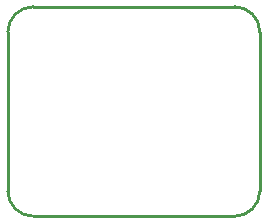
<source format=gko>
G04 Layer: BoardOutlineLayer*
G04 EasyEDA v6.5.22, 2023-01-10 12:32:39*
G04 b370202723584046b7ae4b0ba92148f9,2e4b97ed0a384ad5b60706015a639cab,10*
G04 Gerber Generator version 0.2*
G04 Scale: 100 percent, Rotated: No, Reflected: No *
G04 Dimensions in millimeters *
G04 leading zeros omitted , absolute positions ,4 integer and 5 decimal *
%FSLAX45Y45*%
%MOMM*%

%ADD10C,0.2540*%
D10*
X203200Y8544582D02*
G01*
X203200Y9890681D01*
X2123396Y8331182D02*
G01*
X416598Y8331182D01*
X2336794Y9890681D02*
G01*
X2336794Y8544582D01*
X416598Y10104079D02*
G01*
X2123396Y10104079D01*
G75*
G01*
X2123397Y10104080D02*
G02*
X2336795Y9890680I-3J-213401D01*
G75*
G01*
X2336795Y8544583D02*
G02*
X2123397Y8331183I-213401J1D01*
G75*
G01*
X416599Y8331183D02*
G02*
X203200Y8544583I1J213401D01*
G75*
G01*
X203200Y9890680D02*
G02*
X416599Y10104080I213400J-1D01*

%LPD*%
M02*

</source>
